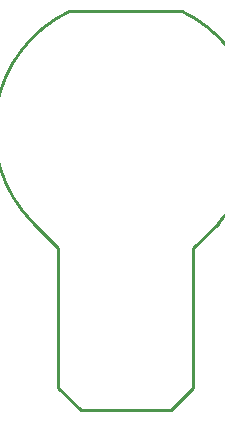
<source format=gm1>
G04*
G04 #@! TF.GenerationSoftware,Altium Limited,Altium Designer,23.8.1 (32)*
G04*
G04 Layer_Color=16711935*
%FSLAX25Y25*%
%MOIN*%
G70*
G04*
G04 #@! TF.SameCoordinates,4B8C02A6-DD82-47D5-92E1-CEE89DD6B1A8*
G04*
G04*
G04 #@! TF.FilePolarity,Positive*
G04*
G01*
G75*
%ADD10C,0.01000*%
D10*
X-18490Y39651D02*
G03*
X-30936Y-30936I18489J-39651D01*
G01*
X30936D02*
G03*
X18489Y39651I-30936J30936D01*
G01*
X-18490D02*
X18489D01*
X15000Y-93500D02*
X22500Y-86000D01*
X22500Y-86000D02*
Y-39372D01*
X22500D02*
X30936Y-30936D01*
X-30936D02*
X-22500Y-39372D01*
Y-86000D02*
Y-39372D01*
Y-86000D02*
X-15000Y-93500D01*
X15000D01*
M02*

</source>
